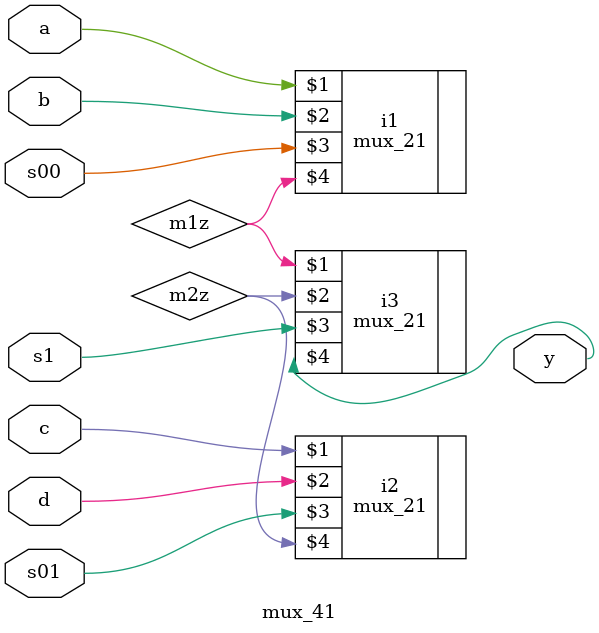
<source format=v>
`timescale 1ns / 1ps


module mux_41(a, b, c, d, s00, s01, s1, y);
    input a,b, c, d, s00, s01, s1;
    output y;
    wire m1z, m2z;
    mux_21 i1 (a,b, s00, m1z);
    mux_21 i2 (c,d,s01, m2z);
    mux_21 i3 (m1z, m2z, s1, y);
endmodule

</source>
